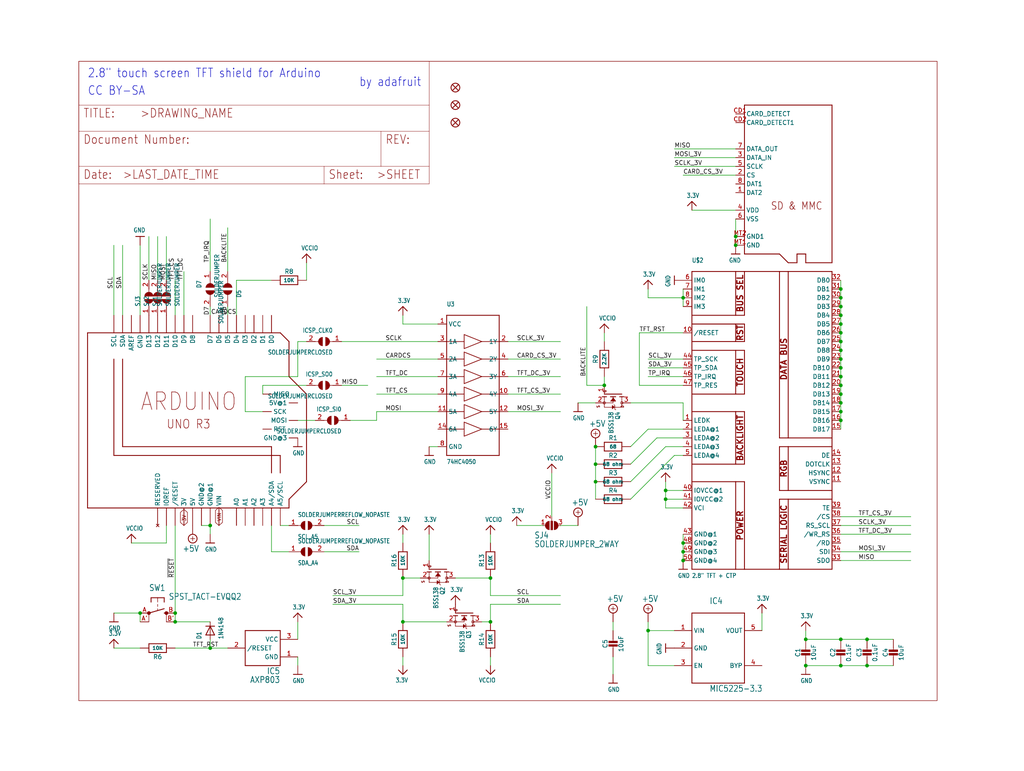
<source format=kicad_sch>
(kicad_sch (version 20211123) (generator eeschema)
  (paper "User" 297.002 223.571)
  (lib_symbols
    (symbol "eagleSchem-eagle-import:+5V" (power)
      (property "Value" "+5V" (at -1.905 3.175 0))
      (symbol "+5V_1_0"
        (pin power_in line (at 0 -2.54 90) (length 2.54) (name "+5V") (number "1"))
      )
    )
    (symbol "eagleSchem-eagle-import:3.3V" (power)
      (property "Value" "3.3V" (at -1.524 1.016 0))
      (symbol "3.3V_1_0"
        (pin power_in line (at 0 -2.54 90) (length 2.54) (name "3.3V") (number "1"))
      )
    )
    (symbol "eagleSchem-eagle-import:74HC4050D"
      (property "Reference" "U" (at -7.62 22.86 0))
      (property "Value" "74HC4050D" (at -7.62 -22.86 0))
      (symbol "74HC4050D_1_0"
        (pin bidirectional line (at -10.16 17.78 0) (length 2.54) (name "VCC") (number "1"))
        (pin bidirectional line (at 10.16 -2.54 180) (length 2.54) (name "4Y") (number "10"))
        (pin bidirectional line (at -10.16 -7.62 0) (length 2.54) (name "5A") (number "11"))
        (pin bidirectional line (at 10.16 -7.62 180) (length 2.54) (name "5Y") (number "12"))
        (pin bidirectional line (at -10.16 -12.7 0) (length 2.54) (name "6A") (number "14"))
        (pin bidirectional line (at 10.16 -12.7 180) (length 2.54) (name "6Y") (number "15"))
        (pin bidirectional line (at 10.16 12.7 180) (length 2.54) (name "1Y") (number "2"))
        (pin bidirectional line (at -10.16 12.7 0) (length 2.54) (name "1A") (number "3"))
        (pin bidirectional line (at 10.16 7.62 180) (length 2.54) (name "2Y") (number "4"))
        (pin bidirectional line (at -10.16 7.62 0) (length 2.54) (name "2A") (number "5"))
        (pin bidirectional line (at 10.16 2.54 180) (length 2.54) (name "3Y") (number "6"))
        (pin bidirectional line (at -10.16 2.54 0) (length 2.54) (name "3A") (number "7"))
        (pin bidirectional line (at -10.16 -17.78 0) (length 2.54) (name "GND") (number "8"))
        (pin bidirectional line (at -10.16 -2.54 0) (length 2.54) (name "4A") (number "9"))
      )
    )
    (symbol "eagleSchem-eagle-import:ARDUINO_R3_ICSPSMT"
      (symbol "ARDUINO_R3_ICSPSMT_1_0"
        (text "ARDUINO" (at 15.24 27.94 0) (effects (font (size 5.08 4.318)) (justify left bottom)))
        (text "UNO R3" (at 22.86 22.86 0) (effects (font (size 2.54 2.159)) (justify left bottom)))
        (pin power_in line (at 27.94 -5.08 90) (length 5.08) (name "3V") (number "3V"))
        (pin power_in line (at 30.48 -5.08 90) (length 5.08) (name "5V") (number "5V"))
        (pin passive line (at 60.96 30.48 180) (length 2.54) (name "5V@1") (number "5V_ICSP"))
        (pin bidirectional line (at 43.18 -5.08 90) (length 5.08) (name "A0") (number "A0"))
        (pin bidirectional line (at 45.72 -5.08 90) (length 5.08) (name "A1") (number "A1"))
        (pin bidirectional line (at 48.26 -5.08 90) (length 5.08) (name "A2") (number "A2"))
        (pin bidirectional line (at 50.8 -5.08 90) (length 5.08) (name "A3") (number "A3"))
        (pin bidirectional line (at 53.34 -5.08 90) (length 5.08) (name "A4/SDA") (number "A4"))
        (pin bidirectional line (at 55.88 -5.08 90) (length 5.08) (name "A5/SCL") (number "A5"))
        (pin bidirectional line (at 12.7 55.88 270) (length 5.08) (name "AREF") (number "AREF"))
        (pin bidirectional line (at 53.34 55.88 270) (length 5.08) (name "D0") (number "D0"))
        (pin bidirectional line (at 50.8 55.88 270) (length 5.08) (name "D1") (number "D1"))
        (pin bidirectional line (at 25.4 55.88 270) (length 5.08) (name "D10") (number "D10"))
        (pin bidirectional line (at 22.86 55.88 270) (length 5.08) (name "D11") (number "D11"))
        (pin bidirectional line (at 20.32 55.88 270) (length 5.08) (name "D12") (number "D12"))
        (pin bidirectional line (at 17.78 55.88 270) (length 5.08) (name "D13") (number "D13"))
        (pin bidirectional line (at 48.26 55.88 270) (length 5.08) (name "D2") (number "D2"))
        (pin bidirectional line (at 45.72 55.88 270) (length 5.08) (name "D3") (number "D3"))
        (pin bidirectional line (at 43.18 55.88 270) (length 5.08) (name "D4") (number "D4"))
        (pin bidirectional line (at 40.64 55.88 270) (length 5.08) (name "D5") (number "D5"))
        (pin bidirectional line (at 38.1 55.88 270) (length 5.08) (name "D6") (number "D6"))
        (pin bidirectional line (at 35.56 55.88 270) (length 5.08) (name "D7") (number "D7"))
        (pin bidirectional line (at 30.48 55.88 270) (length 5.08) (name "D8") (number "D8"))
        (pin bidirectional line (at 27.94 55.88 270) (length 5.08) (name "D9") (number "D9"))
        (pin power_in line (at 15.24 55.88 270) (length 5.08) (name "GND") (number "GND"))
        (pin power_in line (at 35.56 -5.08 90) (length 5.08) (name "GND@1") (number "GND@1"))
        (pin power_in line (at 33.02 -5.08 90) (length 5.08) (name "GND@2") (number "GND@2"))
        (pin passive line (at 60.96 20.32 180) (length 2.54) (name "GND@3") (number "GND@3"))
        (pin output line (at 22.86 -5.08 90) (length 5.08) (name "IOREF") (number "IOREF"))
        (pin passive line (at 50.8 33.02 0) (length 2.54) (name "MISO") (number "MISO"))
        (pin passive line (at 60.96 25.4 180) (length 2.54) (name "MOSI") (number "MOSI"))
        (pin no_connect line (at 20.32 -5.08 90) (length 5.08) (name "RESERVED") (number "RESERVED"))
        (pin bidirectional line (at 25.4 -5.08 90) (length 5.08) (name "/RESET") (number "RESET"))
        (pin passive line (at 50.8 22.86 0) (length 2.54) (name "RST") (number "RESET_ICSP"))
        (pin passive line (at 50.8 27.94 0) (length 2.54) (name "SCK") (number "SCK"))
        (pin bidirectional line (at 7.62 55.88 270) (length 5.08) (name "SCL") (number "SCL"))
        (pin bidirectional line (at 10.16 55.88 270) (length 5.08) (name "SDA") (number "SDA"))
        (pin power_in line (at 38.1 -5.08 90) (length 5.08) (name "VIN") (number "VIN"))
      )
    )
    (symbol "eagleSchem-eagle-import:AXP083-SAG"
      (property "Reference" "IC" (at -5.08 -7.62 0))
      (property "Value" "AXP083-SAG" (at -5.08 -10.16 0))
      (symbol "AXP083-SAG_1_0"
        (pin power_in line (at -10.16 -2.54 0) (length 5.08) (name "GND") (number "1"))
        (pin output line (at 10.16 0 180) (length 5.08) (name "/RESET") (number "2"))
        (pin power_in line (at -10.16 2.54 0) (length 5.08) (name "VCC") (number "3"))
      )
    )
    (symbol "eagleSchem-eagle-import:CAP_CERAMIC0805-NOOUTLINE"
      (property "Reference" "C" (at -2.29 1.25 90))
      (property "Value" "CAP_CERAMIC0805-NOOUTLINE" (at 2.3 1.25 90))
      (symbol "CAP_CERAMIC0805-NOOUTLINE_1_0"
        (pin passive line (at 0 5.08 270) (length 2.54) (name "1") (number "1"))
        (pin passive line (at 0 -2.54 90) (length 2.54) (name "2") (number "2"))
      )
    )
    (symbol "eagleSchem-eagle-import:DIODESOD-323F"
      (property "Reference" "D" (at -2.54 2.54 0))
      (property "Value" "DIODESOD-323F" (at -2.54 -3.81 0))
      (symbol "DIODESOD-323F_1_0"
        (pin passive line (at -2.54 0 0) (length 2.54) (name "A") (number "A"))
        (pin passive line (at 2.54 0 180) (length 2.54) (name "C") (number "C"))
      )
    )
    (symbol "eagleSchem-eagle-import:DISP_LCD_CTP28_SAMPLE"
      (property "Reference" "TFT" (at -20.32 43.18 0))
      (property "Value" "DISP_LCD_CTP28_SAMPLE" (at -20.32 -48.26 0))
      (symbol "DISP_LCD_CTP28_SAMPLE_1_0"
        (text "BACKLIGHT" (at -6.35 -7.62 900) (effects (font (size 1.6764 1.6764) (thickness 0.3353) bold)))
        (text "BUS SEL" (at -6.35 34.29 900) (effects (font (size 1.6764 1.6764) (thickness 0.3353) bold)))
        (text "DATA BUS" (at 6.35 15.24 900) (effects (font (size 1.6764 1.6764) (thickness 0.3353) bold)))
        (text "POWER" (at -6.35 -33.02 900) (effects (font (size 1.6764 1.6764) (thickness 0.3353) bold)))
        (text "RGB" (at 6.35 -16.51 900) (effects (font (size 1.6764 1.6764) (thickness 0.3353) bold)))
        (text "RST" (at -6.35 22.86 900) (effects (font (size 1.6764 1.6764) (thickness 0.3353) bold)))
        (text "SERIAL LOGIC" (at 6.35 -35.56 900) (effects (font (size 1.6764 1.6764) (thickness 0.3353) bold)))
        (text "TOUCH" (at -6.35 11.43 900) (effects (font (size 1.6764 1.6764) (thickness 0.3353) bold)))
        (pin bidirectional line (at -22.86 -2.54 0) (length 2.54) (name "LEDK") (number "1"))
        (pin bidirectional line (at -22.86 22.86 0) (length 2.54) (name "/RESET") (number "10"))
        (pin bidirectional line (at 22.86 -20.32 180) (length 2.54) (name "VSYNC") (number "11"))
        (pin bidirectional line (at 22.86 -17.78 180) (length 2.54) (name "HSYNC") (number "12"))
        (pin bidirectional line (at 22.86 -15.24 180) (length 2.54) (name "DOTCLK") (number "13"))
        (pin bidirectional line (at 22.86 -12.7 180) (length 2.54) (name "DE") (number "14"))
        (pin bidirectional line (at 22.86 -5.08 180) (length 2.54) (name "DB17") (number "15"))
        (pin bidirectional line (at 22.86 -2.54 180) (length 2.54) (name "DB16") (number "16"))
        (pin bidirectional line (at 22.86 0 180) (length 2.54) (name "DB15") (number "17"))
        (pin bidirectional line (at 22.86 2.54 180) (length 2.54) (name "DB14") (number "18"))
        (pin bidirectional line (at 22.86 5.08 180) (length 2.54) (name "DB13") (number "19"))
        (pin bidirectional line (at -22.86 -5.08 0) (length 2.54) (name "LEDA@1") (number "2"))
        (pin bidirectional line (at 22.86 7.62 180) (length 2.54) (name "DB12") (number "20"))
        (pin bidirectional line (at 22.86 10.16 180) (length 2.54) (name "DB11") (number "21"))
        (pin bidirectional line (at 22.86 12.7 180) (length 2.54) (name "DB10") (number "22"))
        (pin bidirectional line (at 22.86 15.24 180) (length 2.54) (name "DB9") (number "23"))
        (pin bidirectional line (at 22.86 17.78 180) (length 2.54) (name "DB8") (number "24"))
        (pin bidirectional line (at 22.86 20.32 180) (length 2.54) (name "DB7") (number "25"))
        (pin bidirectional line (at 22.86 22.86 180) (length 2.54) (name "DB6") (number "26"))
        (pin bidirectional line (at 22.86 25.4 180) (length 2.54) (name "DB5") (number "27"))
        (pin bidirectional line (at 22.86 27.94 180) (length 2.54) (name "DB4") (number "28"))
        (pin bidirectional line (at 22.86 30.48 180) (length 2.54) (name "DB3") (number "29"))
        (pin bidirectional line (at -22.86 -7.62 0) (length 2.54) (name "LEDA@2") (number "3"))
        (pin bidirectional line (at 22.86 33.02 180) (length 2.54) (name "DB2") (number "30"))
        (pin bidirectional line (at 22.86 35.56 180) (length 2.54) (name "DB1") (number "31"))
        (pin bidirectional line (at 22.86 38.1 180) (length 2.54) (name "DB0") (number "32"))
        (pin bidirectional line (at 22.86 -43.18 180) (length 2.54) (name "SDO") (number "33"))
        (pin bidirectional line (at 22.86 -40.64 180) (length 2.54) (name "SDI") (number "34"))
        (pin bidirectional line (at 22.86 -38.1 180) (length 2.54) (name "/RD") (number "35"))
        (pin bidirectional line (at 22.86 -35.56 180) (length 2.54) (name "/WR_RS") (number "36"))
        (pin bidirectional line (at 22.86 -33.02 180) (length 2.54) (name "RS_SCL") (number "37"))
        (pin bidirectional line (at 22.86 -30.48 180) (length 2.54) (name "/CS") (number "38"))
        (pin bidirectional line (at 22.86 -27.94 180) (length 2.54) (name "TE") (number "39"))
        (pin bidirectional line (at -22.86 -10.16 0) (length 2.54) (name "LEDA@3") (number "4"))
        (pin bidirectional line (at -22.86 -22.86 0) (length 2.54) (name "IOVCC@1") (number "40"))
        (pin bidirectional line (at -22.86 -25.4 0) (length 2.54) (name "IOVCC@2") (number "41"))
        (pin bidirectional line (at -22.86 -27.94 0) (length 2.54) (name "VCI") (number "42"))
        (pin bidirectional line (at -22.86 -35.56 0) (length 2.54) (name "GND@1") (number "43"))
        (pin bidirectional line (at -22.86 15.24 0) (length 2.54) (name "TP_SCK") (number "44"))
        (pin bidirectional line (at -22.86 12.7 0) (length 2.54) (name "TP_SDA") (number "45"))
        (pin bidirectional line (at -22.86 10.16 0) (length 2.54) (name "TP_IRQ") (number "46"))
        (pin bidirectional line (at -22.86 7.62 0) (length 2.54) (name "TP_RES") (number "47"))
        (pin bidirectional line (at -22.86 -38.1 0) (length 2.54) (name "GND@2") (number "48"))
        (pin bidirectional line (at -22.86 -40.64 0) (length 2.54) (name "GND@3") (number "49"))
        (pin bidirectional line (at -22.86 -12.7 0) (length 2.54) (name "LEDA@4") (number "5"))
        (pin bidirectional line (at -22.86 -43.18 0) (length 2.54) (name "GND@4") (number "50"))
        (pin bidirectional line (at -22.86 38.1 0) (length 2.54) (name "IM0") (number "6"))
        (pin bidirectional line (at -22.86 35.56 0) (length 2.54) (name "IM1") (number "7"))
        (pin bidirectional line (at -22.86 33.02 0) (length 2.54) (name "IM2") (number "8"))
        (pin bidirectional line (at -22.86 30.48 0) (length 2.54) (name "IM3") (number "9"))
      )
    )
    (symbol "eagleSchem-eagle-import:FIDUCIAL_1MM")
    (symbol "eagleSchem-eagle-import:GND" (power)
      (property "Value" "GND" (at -1.524 -2.54 0))
      (symbol "GND_1_0"
        (pin power_in line (at 0 2.54 270) (length 2.54) (name "GND") (number "1"))
      )
    )
    (symbol "eagleSchem-eagle-import:LETTER_L"
      (symbol "LETTER_L_2_0"
        (text ">DRAWING_NAME" (at 17.78 19.05 0) (effects (font (size 2.54 2.159)) (justify left bottom)))
        (text ">LAST_DATE_TIME" (at 12.7 1.27 0) (effects (font (size 2.54 2.159)) (justify left bottom)))
        (text ">SHEET" (at 86.36 1.27 0) (effects (font (size 2.54 2.159)) (justify left bottom)))
        (text "Date:" (at 1.27 1.27 0) (effects (font (size 2.54 2.159)) (justify left bottom)))
        (text "Document Number:" (at 1.27 11.43 0) (effects (font (size 2.54 2.159)) (justify left bottom)))
        (text "REV:" (at 88.9 11.43 0) (effects (font (size 2.54 2.159)) (justify left bottom)))
        (text "Sheet:" (at 72.39 1.27 0) (effects (font (size 2.54 2.159)) (justify left bottom)))
        (text "TITLE:" (at 1.27 19.05 0) (effects (font (size 2.54 2.159)) (justify left bottom)))
      )
    )
    (symbol "eagleSchem-eagle-import:LP298XS"
      (property "Reference" "IC" (at -12.7 -5.08 90))
      (property "Value" "LP298XS" (at 12.7 -5.08 90))
      (symbol "LP298XS_1_0"
        (pin bidirectional line (at -5.08 -15.24 90) (length 5.08) (name "VIN") (number "1"))
        (pin bidirectional line (at 0 -15.24 90) (length 5.08) (name "GND") (number "2"))
        (pin bidirectional line (at 5.08 -15.24 90) (length 5.08) (name "EN") (number "3"))
        (pin bidirectional line (at 5.08 10.16 270) (length 5.08) (name "BYP") (number "4"))
        (pin bidirectional line (at -5.08 10.16 270) (length 5.08) (name "VOUT") (number "5"))
      )
    )
    (symbol "eagleSchem-eagle-import:MICROSD"
      (symbol "MICROSD_1_0"
        (text "SD & MMC" (at -7.62 -10.16 0) (effects (font (size 2.1844 1.8567)) (justify left bottom)))
        (pin bidirectional line (at -17.78 -5.08 0) (length 2.54) (name "DAT2") (number "1"))
        (pin input line (at -17.78 0 0) (length 2.54) (name "CS") (number "2"))
        (pin input line (at -17.78 5.08 0) (length 2.54) (name "DATA_IN") (number "3"))
        (pin power_in line (at -17.78 -10.16 0) (length 2.54) (name "VDD") (number "4"))
        (pin input line (at -17.78 2.54 0) (length 2.54) (name "SCLK") (number "5"))
        (pin power_in line (at -17.78 -12.7 0) (length 2.54) (name "VSS") (number "6"))
        (pin output line (at -17.78 7.62 0) (length 2.54) (name "DATA_OUT") (number "7"))
        (pin bidirectional line (at -17.78 -2.54 0) (length 2.54) (name "DAT1") (number "8"))
        (pin passive line (at -17.78 17.78 0) (length 2.54) (name "CARD_DETECT") (number "CD1"))
        (pin passive line (at -17.78 15.24 0) (length 2.54) (name "CARD_DETECT1") (number "CD2"))
        (pin power_in line (at -17.78 -20.32 0) (length 2.54) (name "GND") (number "MT1"))
        (pin power_in line (at -17.78 -17.78 0) (length 2.54) (name "GND1") (number "MT2"))
      )
    )
    (symbol "eagleSchem-eagle-import:MOSFET-NWIDE"
      (property "Reference" "Q" (at 5.08 0.635 0))
      (property "Value" "MOSFET-NWIDE" (at 5.08 -1.27 0))
      (symbol "MOSFET-NWIDE_1_0"
        (text "D" (at 3.175 3.175 0) (effects (font (size 0.8128 0.6908)) (justify left bottom)))
        (text "G" (at -1.27 -1.905 0) (effects (font (size 0.8128 0.6908)) (justify left bottom)))
        (text "S" (at 3.175 -3.81 0) (effects (font (size 0.8128 0.6908)) (justify left bottom)))
        (pin bidirectional line (at -2.54 -2.54 0) (length 2.54) (name "G") (number "1"))
        (pin bidirectional line (at 2.54 -5.08 90) (length 2.54) (name "S") (number "2"))
        (pin bidirectional line (at 2.54 5.08 270) (length 2.54) (name "D") (number "3"))
      )
    )
    (symbol "eagleSchem-eagle-import:RESISTOR0805_NOOUTLINE"
      (property "Reference" "R" (at 0 2.54 0))
      (property "Value" "RESISTOR0805_NOOUTLINE" (at 0 0 0))
      (symbol "RESISTOR0805_NOOUTLINE_1_0"
        (pin passive line (at -5.08 0 0) (length 2.54) (name "1") (number "1"))
        (pin passive line (at 5.08 0 180) (length 2.54) (name "2") (number "2"))
      )
    )
    (symbol "eagleSchem-eagle-import:SOLDERJUMPER"
      (property "Reference" "SJ" (at -2.54 2.54 0))
      (property "Value" "SOLDERJUMPER" (at -2.54 -3.81 0))
      (symbol "SOLDERJUMPER_1_0"
        (pin passive line (at -5.08 0 0) (length 2.54) (name "1") (number "1"))
        (pin passive line (at 5.08 0 180) (length 2.54) (name "2") (number "2"))
      )
    )
    (symbol "eagleSchem-eagle-import:SOLDERJUMPERCLOSED"
      (property "Reference" "SJ" (at -2.54 2.54 0))
      (property "Value" "SOLDERJUMPERCLOSED" (at -2.54 -3.81 0))
      (symbol "SOLDERJUMPERCLOSED_1_0"
        (pin passive line (at -5.08 0 0) (length 2.54) (name "1") (number "1"))
        (pin passive line (at 5.08 0 180) (length 2.54) (name "2") (number "2"))
      )
    )
    (symbol "eagleSchem-eagle-import:SOLDERJUMPERREFLOW_NOPASTE"
      (property "Reference" "SJ" (at -2.54 2.54 0))
      (property "Value" "SOLDERJUMPERREFLOW_NOPASTE" (at -2.54 -3.81 0))
      (symbol "SOLDERJUMPERREFLOW_NOPASTE_1_0"
        (pin passive line (at -5.08 0 0) (length 2.54) (name "1") (number "1"))
        (pin passive line (at 5.08 0 180) (length 2.54) (name "2") (number "2"))
      )
    )
    (symbol "eagleSchem-eagle-import:SOLDERJUMPER_2WAY"
      (property "Reference" "SJ" (at -5.08 -3.81 0))
      (property "Value" "SOLDERJUMPER_2WAY" (at -5.08 -6.35 0))
      (symbol "SOLDERJUMPER_2WAY_1_0"
        (pin passive line (at -2.54 0 0) (length 0) (name "1") (number "1"))
        (pin passive line (at 0 2.54 270) (length 0) (name "2") (number "2"))
        (pin passive line (at 2.54 0 180) (length 0) (name "3") (number "3"))
      )
    )
    (symbol "eagleSchem-eagle-import:SPST_TACT-EVQQ2"
      (property "Reference" "SW" (at -6.35 -2.54 90))
      (property "Value" "SPST_TACT-EVQQ2" (at -3.81 3.175 90))
      (symbol "SPST_TACT-EVQQ2_1_0"
        (pin passive line (at 0 -5.08 90) (length 2.54) (name "P") (number "A"))
        (pin passive line (at 2.54 -5.08 90) (length 2.54) (name "P1") (number "A'"))
        (pin passive line (at 0 5.08 270) (length 2.54) (name "S") (number "B"))
        (pin passive line (at 2.54 5.08 270) (length 2.54) (name "S1") (number "B'"))
      )
    )
    (symbol "eagleSchem-eagle-import:VCCIO" (power)
      (property "Value" "VCCIO" (at -1.524 1.016 0))
      (symbol "VCCIO_1_0"
        (pin power_in line (at 0 -2.54 90) (length 2.54) (name "VCCIO") (number "1"))
      )
    )
  )
  (junction (at 243.84 101.6))
  (junction (at 40.64 177.8))
  (junction (at 213.36 68.58))
  (junction (at 243.84 93.98))
  (junction (at 213.36 71.12))
  (junction (at 116.84 180.34))
  (junction (at 198.12 86.36))
  (junction (at 187.96 182.88))
  (junction (at 172.72 134.62))
  (junction (at 243.84 119.38))
  (junction (at 193.04 142.24))
  (junction (at 243.84 83.82))
  (junction (at 243.84 104.14))
  (junction (at 142.24 167.64))
  (junction (at 233.68 193.04))
  (junction (at 175.26 111.76))
  (junction (at 243.84 109.22))
  (junction (at 243.84 86.36))
  (junction (at 243.84 121.92))
  (junction (at 193.04 144.78))
  (junction (at 243.84 106.68))
  (junction (at 198.12 157.48))
  (junction (at 243.84 193.04))
  (junction (at 60.96 152.4))
  (junction (at 243.84 185.42))
  (junction (at 251.46 193.04))
  (junction (at 243.84 111.76))
  (junction (at 50.8 177.8))
  (junction (at 142.24 180.34))
  (junction (at 198.12 160.02))
  (junction (at 243.84 88.9))
  (junction (at 50.8 180.34))
  (junction (at 116.84 167.64))
  (junction (at 243.84 116.84))
  (junction (at 60.96 187.96))
  (junction (at 172.72 129.54))
  (junction (at 243.84 91.44))
  (junction (at 243.84 114.3))
  (junction (at 251.46 185.42))
  (junction (at 233.68 185.42))
  (junction (at 243.84 99.06))
  (junction (at 198.12 162.56))
  (junction (at 172.72 139.7))
  (junction (at 243.84 96.52))
  (wire (pts (xy 76.2 119.38) (xy 71.12 119.38)))
  (wire (pts (xy 83.82 160.02) (xy 78.74 160.02)))
  (wire (pts (xy 213.36 45.72) (xy 195.58 45.72)))
  (wire (pts (xy 198.12 86.36) (xy 187.96 86.36)))
  (wire (pts (xy 243.84 185.42) (xy 233.68 185.42)))
  (wire (pts (xy 147.32 109.22) (xy 162.56 109.22)))
  (wire (pts (xy 243.84 160.02) (xy 264.16 160.02)))
  (wire (pts (xy 198.12 50.8) (xy 213.36 50.8)))
  (wire (pts (xy 182.88 129.54) (xy 187.96 124.46)))
  (wire (pts (xy 177.8 195.58) (xy 177.8 190.5)))
  (wire (pts (xy 116.84 154.94) (xy 116.84 157.48)))
  (wire (pts (xy 187.96 86.36) (xy 187.96 83.82)))
  (wire (pts (xy 142.24 180.34) (xy 139.7 180.34)))
  (wire (pts (xy 116.84 180.34) (xy 116.84 175.26)))
  (wire (pts (xy 116.84 93.98) (xy 127 93.98)))
  (wire (pts (xy 116.84 167.64) (xy 121.92 167.64)))
  (wire (pts (xy 251.46 193.04) (xy 243.84 193.04)))
  (wire (pts (xy 213.36 60.96) (xy 200.66 60.96)))
  (wire (pts (xy 71.12 109.22) (xy 86.36 109.22)))
  (wire (pts (xy 182.88 144.78) (xy 195.58 132.08)))
  (wire (pts (xy 101.6 121.92) (xy 109.22 121.92)))
  (wire (pts (xy 45.72 81.28) (xy 45.72 68.58)))
  (wire (pts (xy 93.98 160.02) (xy 104.14 160.02)))
  (wire (pts (xy 213.36 48.26) (xy 195.58 48.26)))
  (wire (pts (xy 86.36 99.06) (xy 88.9 99.06)))
  (wire (pts (xy 60.96 78.74) (xy 60.96 63.5)))
  (wire (pts (xy 193.04 129.54) (xy 198.12 129.54)))
  (wire (pts (xy 116.84 93.98) (xy 116.84 91.44)))
  (wire (pts (xy 177.8 180.34) (xy 177.8 182.88)))
  (wire (pts (xy 175.26 111.76) (xy 170.18 111.76)))
  (wire (pts (xy 48.26 81.28) (xy 48.26 68.58)))
  (wire (pts (xy 33.02 91.44) (xy 33.02 71.12)))
  (wire (pts (xy 66.04 78.74) (xy 66.04 66.04)))
  (wire (pts (xy 193.04 144.78) (xy 193.04 142.24)))
  (wire (pts (xy 147.32 114.3) (xy 162.56 114.3)))
  (wire (pts (xy 198.12 144.78) (xy 193.04 144.78)))
  (wire (pts (xy 167.64 152.4) (xy 162.56 152.4)))
  (wire (pts (xy 76.2 114.3) (xy 76.2 111.76)))
  (wire (pts (xy 60.96 180.34) (xy 50.8 180.34)))
  (wire (pts (xy 198.12 160.02) (xy 198.12 162.56)))
  (wire (pts (xy 198.12 83.82) (xy 198.12 86.36)))
  (wire (pts (xy 198.12 111.76) (xy 185.42 111.76)))
  (wire (pts (xy 198.12 154.94) (xy 198.12 157.48)))
  (wire (pts (xy 86.36 190.5) (xy 86.36 193.04)))
  (wire (pts (xy 220.98 177.8) (xy 220.98 182.88)))
  (wire (pts (xy 40.64 177.8) (xy 40.64 180.34)))
  (wire (pts (xy 187.96 180.34) (xy 187.96 182.88)))
  (wire (pts (xy 175.26 109.22) (xy 175.26 111.76)))
  (wire (pts (xy 35.56 91.44) (xy 35.56 71.12)))
  (wire (pts (xy 40.64 177.8) (xy 33.02 177.8)))
  (wire (pts (xy 116.84 193.04) (xy 116.84 190.5)))
  (wire (pts (xy 198.12 116.84) (xy 198.12 121.92)))
  (wire (pts (xy 182.88 139.7) (xy 193.04 129.54)))
  (wire (pts (xy 43.18 81.28) (xy 43.18 68.58)))
  (wire (pts (xy 147.32 104.14) (xy 162.56 104.14)))
  (wire (pts (xy 86.36 109.22) (xy 86.36 99.06)))
  (wire (pts (xy 175.26 96.52) (xy 175.26 99.06)))
  (wire (pts (xy 193.04 142.24) (xy 193.04 139.7)))
  (wire (pts (xy 243.84 101.6) (xy 243.84 104.14)))
  (wire (pts (xy 243.84 114.3) (xy 243.84 116.84)))
  (wire (pts (xy 187.96 182.88) (xy 195.58 182.88)))
  (wire (pts (xy 187.96 106.68) (xy 198.12 106.68)))
  (wire (pts (xy 190.5 127) (xy 198.12 127)))
  (wire (pts (xy 109.22 119.38) (xy 127 119.38)))
  (wire (pts (xy 172.72 139.7) (xy 172.72 144.78)))
  (wire (pts (xy 48.26 152.4) (xy 48.26 157.48)))
  (wire (pts (xy 195.58 193.04) (xy 187.96 193.04)))
  (wire (pts (xy 86.36 121.92) (xy 91.44 121.92)))
  (wire (pts (xy 142.24 175.26) (xy 162.56 175.26)))
  (wire (pts (xy 109.22 109.22) (xy 127 109.22)))
  (wire (pts (xy 251.46 185.42) (xy 259.08 185.42)))
  (wire (pts (xy 78.74 160.02) (xy 78.74 152.4)))
  (wire (pts (xy 142.24 154.94) (xy 142.24 157.48)))
  (wire (pts (xy 193.04 147.32) (xy 193.04 144.78)))
  (wire (pts (xy 198.12 96.52) (xy 185.42 96.52)))
  (wire (pts (xy 60.96 187.96) (xy 50.8 187.96)))
  (wire (pts (xy 142.24 172.72) (xy 162.56 172.72)))
  (wire (pts (xy 182.88 116.84) (xy 198.12 116.84)))
  (wire (pts (xy 58.42 152.4) (xy 60.96 152.4)))
  (wire (pts (xy 243.84 86.36) (xy 243.84 88.9)))
  (wire (pts (xy 233.68 182.88) (xy 233.68 185.42)))
  (wire (pts (xy 83.82 152.4) (xy 81.28 152.4)))
  (wire (pts (xy 259.08 193.04) (xy 251.46 193.04)))
  (wire (pts (xy 96.52 175.26) (xy 116.84 175.26)))
  (wire (pts (xy 243.84 162.56) (xy 264.16 162.56)))
  (wire (pts (xy 60.96 91.44) (xy 60.96 88.9)))
  (wire (pts (xy 243.84 116.84) (xy 243.84 119.38)))
  (wire (pts (xy 198.12 86.36) (xy 198.12 88.9)))
  (wire (pts (xy 243.84 104.14) (xy 243.84 106.68)))
  (wire (pts (xy 53.34 91.44) (xy 53.34 78.74)))
  (wire (pts (xy 147.32 99.06) (xy 162.56 99.06)))
  (wire (pts (xy 40.64 71.12) (xy 40.64 91.44)))
  (wire (pts (xy 193.04 147.32) (xy 198.12 147.32)))
  (wire (pts (xy 243.84 93.98) (xy 243.84 96.52)))
  (wire (pts (xy 243.84 106.68) (xy 243.84 109.22)))
  (wire (pts (xy 198.12 109.22) (xy 187.96 109.22)))
  (wire (pts (xy 187.96 193.04) (xy 187.96 182.88)))
  (wire (pts (xy 243.84 109.22) (xy 243.84 111.76)))
  (wire (pts (xy 116.84 172.72) (xy 116.84 167.64)))
  (wire (pts (xy 149.86 152.4) (xy 157.48 152.4)))
  (wire (pts (xy 132.08 167.64) (xy 142.24 167.64)))
  (wire (pts (xy 127 99.06) (xy 99.06 99.06)))
  (wire (pts (xy 243.84 111.76) (xy 243.84 114.3)))
  (wire (pts (xy 68.58 81.28) (xy 78.74 81.28)))
  (wire (pts (xy 109.22 104.14) (xy 127 104.14)))
  (wire (pts (xy 124.46 162.56) (xy 124.46 154.94)))
  (wire (pts (xy 76.2 111.76) (xy 88.9 111.76)))
  (wire (pts (xy 243.84 91.44) (xy 243.84 93.98)))
  (wire (pts (xy 160.02 149.86) (xy 160.02 137.16)))
  (wire (pts (xy 109.22 121.92) (xy 109.22 119.38)))
  (wire (pts (xy 116.84 172.72) (xy 96.52 172.72)))
  (wire (pts (xy 182.88 134.62) (xy 190.5 127)))
  (wire (pts (xy 243.84 185.42) (xy 251.46 185.42)))
  (wire (pts (xy 88.9 76.2) (xy 88.9 81.28)))
  (wire (pts (xy 129.54 180.34) (xy 116.84 180.34)))
  (wire (pts (xy 60.96 152.4) (xy 60.96 154.94)))
  (wire (pts (xy 243.84 96.52) (xy 243.84 99.06)))
  (wire (pts (xy 142.24 193.04) (xy 142.24 190.5)))
  (wire (pts (xy 243.84 121.92) (xy 243.84 124.46)))
  (wire (pts (xy 50.8 180.34) (xy 50.8 177.8)))
  (wire (pts (xy 40.64 187.96) (xy 33.02 187.96)))
  (wire (pts (xy 195.58 132.08) (xy 198.12 132.08)))
  (wire (pts (xy 195.58 43.18) (xy 213.36 43.18)))
  (wire (pts (xy 243.84 152.4) (xy 264.16 152.4)))
  (wire (pts (xy 66.04 91.44) (xy 66.04 88.9)))
  (wire (pts (xy 172.72 134.62) (xy 172.72 139.7)))
  (wire (pts (xy 198.12 157.48) (xy 198.12 160.02)))
  (wire (pts (xy 187.96 124.46) (xy 198.12 124.46)))
  (wire (pts (xy 60.96 185.42) (xy 60.96 187.96)))
  (wire (pts (xy 243.84 99.06) (xy 243.84 101.6)))
  (wire (pts (xy 243.84 81.28) (xy 243.84 83.82)))
  (wire (pts (xy 213.36 68.58) (xy 213.36 63.5)))
  (wire (pts (xy 243.84 154.94) (xy 264.16 154.94)))
  (wire (pts (xy 193.04 142.24) (xy 198.12 142.24)))
  (wire (pts (xy 68.58 91.44) (xy 68.58 81.28)))
  (wire (pts (xy 170.18 111.76) (xy 170.18 88.9)))
  (wire (pts (xy 243.84 149.86) (xy 264.16 149.86)))
  (wire (pts (xy 50.8 91.44) (xy 50.8 81.28)))
  (wire (pts (xy 213.36 71.12) (xy 213.36 68.58)))
  (wire (pts (xy 142.24 167.64) (xy 142.24 172.72)))
  (wire (pts (xy 185.42 111.76) (xy 185.42 96.52)))
  (wire (pts (xy 243.84 88.9) (xy 243.84 91.44)))
  (wire (pts (xy 124.46 129.54) (xy 127 129.54)))
  (wire (pts (xy 50.8 177.8) (xy 50.8 152.4)))
  (wire (pts (xy 243.84 83.82) (xy 243.84 86.36)))
  (wire (pts (xy 86.36 185.42) (xy 86.36 180.34)))
  (wire (pts (xy 147.32 119.38) (xy 162.56 119.38)))
  (wire (pts (xy 127 114.3) (xy 109.22 114.3)))
  (wire (pts (xy 198.12 104.14) (xy 187.96 104.14)))
  (wire (pts (xy 48.26 157.48) (xy 38.1 157.48)))
  (wire (pts (xy 172.72 116.84) (xy 167.64 116.84)))
  (wire (pts (xy 142.24 180.34) (xy 142.24 175.26)))
  (wire (pts (xy 71.12 119.38) (xy 71.12 109.22)))
  (wire (pts (xy 233.68 193.04) (xy 243.84 193.04)))
  (wire (pts (xy 243.84 119.38) (xy 243.84 121.92)))
  (wire (pts (xy 93.98 152.4) (xy 104.14 152.4)))
  (wire (pts (xy 66.04 187.96) (xy 60.96 187.96)))
  (wire (pts (xy 172.72 129.54) (xy 172.72 134.62)))
  (wire (pts (xy 99.06 111.76) (xy 106.68 111.76)))
  (text "CC BY-SA" (at 25.4 27.94 180) (effects (font (size 2.54 2.159)) (justify left bottom)))
  (text "2.8\" touch screen TFT shield for Arduino" (at 25.4 22.86 180) (effects (font (size 2.54 2.159)) (justify left bottom)))
  (text "by adafruit~{}" (at 104.14 25.4 180) (effects (font (size 2.54 2.159)) (justify left bottom)))
  (label "SCLK_3V" (at 195.58 48.26 0) (effects (font (size 1.2446 1.2446))))
  (label "SCLK" (at 111.76 99.06 0) (effects (font (size 1.2446 1.2446))))
  (label "SCL_3V" (at 96.52 172.72 0) (effects (font (size 1.2446 1.2446))))
  (label "VCCIO" (at 160.02 144.78 90) (effects (font (size 1.2446 1.2446))))
  (label "CARDCS" (at 111.76 104.14 0) (effects (font (size 1.2446 1.2446))))
  (label "D7" (at 60.96 91.44 90) (effects (font (size 1.2446 1.2446))))
  (label "SDA_3V" (at 187.96 106.68 0) (effects (font (size 1.2446 1.2446))))
  (label "~{RESET}" (at 50.8 167.64 90) (effects (font (size 1.2446 1.2446))))
  (label "CARD_CS_3V" (at 149.86 104.14 0) (effects (font (size 1.2446 1.2446))))
  (label "SDA_3V" (at 96.52 175.26 0) (effects (font (size 1.2446 1.2446))))
  (label "TFT_DC_3V" (at 248.92 154.94 0) (effects (font (size 1.2446 1.2446))))
  (label "SDA" (at 35.56 83.82 90) (effects (font (size 1.2446 1.2446))))
  (label "BACKLITE" (at 170.18 109.22 90) (effects (font (size 1.2446 1.2446))))
  (label "SCLK_3V" (at 248.92 152.4 0) (effects (font (size 1.2446 1.2446))))
  (label "MISO" (at 45.72 81.28 90) (effects (font (size 1.2446 1.2446))))
  (label "TFT_DC_3V" (at 149.86 109.22 0) (effects (font (size 1.2446 1.2446))))
  (label "SCL" (at 149.86 172.72 0) (effects (font (size 1.2446 1.2446))))
  (label "TFT_CS" (at 111.76 114.3 0) (effects (font (size 1.2446 1.2446))))
  (label "MISO" (at 99.06 111.76 0) (effects (font (size 1.2446 1.2446))))
  (label "TFT_RST" (at 55.88 187.96 0) (effects (font (size 1.2446 1.2446))))
  (label "MOSI_3V" (at 195.58 45.72 0) (effects (font (size 1.2446 1.2446))))
  (label "TP_IRQ" (at 187.96 109.22 0) (effects (font (size 1.2446 1.2446))))
  (label "SCL" (at 33.02 83.82 90) (effects (font (size 1.2446 1.2446))))
  (label "SCL_3V" (at 187.96 104.14 0) (effects (font (size 1.2446 1.2446))))
  (label "CARDCS" (at 68.58 91.44 180) (effects (font (size 1.2446 1.2446))))
  (label "TFT_CS_3V" (at 248.92 149.86 0) (effects (font (size 1.2446 1.2446))))
  (label "MOSI_3V" (at 248.92 160.02 0) (effects (font (size 1.2446 1.2446))))
  (label "MISO" (at 248.92 162.56 0) (effects (font (size 1.2446 1.2446))))
  (label "TFT_RST" (at 185.42 96.52 0) (effects (font (size 1.2446 1.2446))))
  (label "TFT_CS_3V" (at 149.86 114.3 0) (effects (font (size 1.2446 1.2446))))
  (label "CARD_CS_3V" (at 198.12 50.8 0) (effects (font (size 1.2446 1.2446))))
  (label "SCLK" (at 43.18 81.28 90) (effects (font (size 1.2446 1.2446))))
  (label "MOSI" (at 111.76 119.38 0) (effects (font (size 1.2446 1.2446))))
  (label "MISO" (at 195.58 43.18 0) (effects (font (size 1.2446 1.2446))))
  (label "BACKLITE" (at 66.04 76.2 90) (effects (font (size 1.2446 1.2446))))
  (label "SDA" (at 149.86 175.26 0) (effects (font (size 1.2446 1.2446))))
  (label "D5" (at 66.04 91.44 90) (effects (font (size 1.2446 1.2446))))
  (label "TFT_DC" (at 53.34 81.28 90) (effects (font (size 1.2446 1.2446))))
  (label "SCL" (at 104.14 152.4 180) (effects (font (size 1.2446 1.2446))))
  (label "MOSI" (at 48.26 81.28 90) (effects (font (size 1.2446 1.2446))))
  (label "SDA" (at 104.14 160.02 180) (effects (font (size 1.2446 1.2446))))
  (label "SCLK_3V" (at 149.86 99.06 0) (effects (font (size 1.2446 1.2446))))
  (label "TFT_DC" (at 111.76 109.22 0) (effects (font (size 1.2446 1.2446))))
  (label "TP_IRQ" (at 60.96 76.2 90) (effects (font (size 1.2446 1.2446))))
  (label "MOSI_3V" (at 149.86 119.38 0) (effects (font (size 1.2446 1.2446))))
  (label "TFT_CS" (at 50.8 81.28 90) (effects (font (size 1.2446 1.2446))))
  (global_label "3V" (shape bidirectional) (at 53.34 152.4 90) (effects (font (size 1.016 1.016))) (property "Intersheet References" "${INTERSHEET_REFS}" (effects hide)))
  (global_label "VIN" (shape bidirectional) (at 63.5 152.4 90) (effects (font (size 1.016 1.016))) (property "Intersheet References" "${INTERSHEET_REFS}" (effects hide)))
  (symbol (lib_id "eagleSchem-eagle-import:SOLDERJUMPER") (at 43.18 86.36 90) (unit 1)
    (property "Reference" "SJ3" (at 40.64 88.9 0) (effects (font (size 1.27 1.0795)) (justify left bottom)))
    (property "Value" "SOLDERJUMPER" (at 46.99 88.9 0) (effects (font (size 1.27 1.0795)) (justify left bottom)))
    (property "Footprint" "eagleSchem:SOLDERJUMPER_ARROW_NOPASTE" (effects hide))
  )
  (symbol (lib_id "eagleSchem-eagle-import:SOLDERJUMPERCLOSED") (at 93.98 111.76 0) (mirror y) (unit 1)
    (property "Reference" "ICSP_SO0" (at 96.52 109.22 0) (effects (font (size 1.27 1.0795)) (justify left bottom)))
    (property "Value" "SOLDERJUMPERCLOSED" (at 96.52 115.57 0) (effects (font (size 1.27 1.0795)) (justify left bottom)))
    (property "Footprint" "eagleSchem:SOLDERJUMPER_CLOSEDWIRE" (effects hide))
  )
  (symbol (lib_id "eagleSchem-eagle-import:CAP_CERAMIC0805-NOOUTLINE") (at 259.08 190.5 0) (unit 1)
    (property "Reference" "C4" (at 256.79 189.25 90))
    (property "Value" "10uF" (at 261.38 189.25 90))
    (property "Footprint" "eagleSchem:0805-NO" (effects hide))
  )
  (symbol (lib_id "eagleSchem-eagle-import:SOLDERJUMPERCLOSED") (at 96.52 121.92 0) (mirror y) (unit 1)
    (property "Reference" "ICSP_SI0" (at 99.06 119.38 0) (effects (font (size 1.27 1.0795)) (justify left bottom)))
    (property "Value" "SOLDERJUMPERCLOSED" (at 99.06 125.73 0) (effects (font (size 1.27 1.0795)) (justify left bottom)))
    (property "Footprint" "eagleSchem:SOLDERJUMPER_CLOSEDWIRE" (effects hide))
  )
  (symbol (lib_id "eagleSchem-eagle-import:GND") (at 177.8 198.12 0) (unit 1)
    (property "Reference" "#U$13" (effects hide))
    (property "Value" "GND" (at 176.276 200.66 0) (effects (font (size 1.27 1.0795)) (justify left bottom)))
    (property "Footprint" "eagleSchem:" (effects hide))
  )
  (symbol (lib_id "eagleSchem-eagle-import:+5V") (at 167.64 149.86 0) (unit 1)
    (property "Reference" "#SUPPLY3" (effects hide))
    (property "Value" "+5V" (at 165.735 146.685 0) (effects (font (size 1.778 1.5113)) (justify left bottom)))
    (property "Footprint" "eagleSchem:" (effects hide))
  )
  (symbol (lib_id "eagleSchem-eagle-import:3.3V") (at 193.04 137.16 0) (unit 1)
    (property "Reference" "#U$33" (effects hide))
    (property "Value" "3.3V" (at 191.516 136.144 0) (effects (font (size 1.27 1.0795)) (justify left bottom)))
    (property "Footprint" "eagleSchem:" (effects hide))
  )
  (symbol (lib_id "eagleSchem-eagle-import:GND") (at 40.64 68.58 180) (unit 1)
    (property "Reference" "#U$15" (effects hide))
    (property "Value" "GND" (at 42.164 66.04 0) (effects (font (size 1.27 1.0795)) (justify left bottom)))
    (property "Footprint" "eagleSchem:" (effects hide))
  )
  (symbol (lib_id "eagleSchem-eagle-import:SOLDERJUMPERREFLOW_NOPASTE") (at 88.9 160.02 0) (mirror x) (unit 1)
    (property "Reference" "SDA_A4" (at 86.36 162.56 0) (effects (font (size 1.27 1.0795)) (justify left bottom)))
    (property "Value" "SOLDERJUMPERREFLOW_NOPASTE" (at 86.36 156.21 0) (effects (font (size 1.27 1.0795)) (justify left bottom)))
    (property "Footprint" "eagleSchem:SOLDERJUMPER_REFLOW_NOPASTE" (effects hide))
  )
  (symbol (lib_id "eagleSchem-eagle-import:RESISTOR0805_NOOUTLINE") (at 116.84 162.56 90) (unit 1)
    (property "Reference" "R16" (at 114.3 162.56 0))
    (property "Value" "10K" (at 116.84 162.56 0) (effects (font (size 1.016 1.016) bold)))
    (property "Footprint" "eagleSchem:0805-NO" (effects hide))
  )
  (symbol (lib_id "eagleSchem-eagle-import:+5V") (at 177.8 177.8 0) (unit 1)
    (property "Reference" "#SUPPLY5" (effects hide))
    (property "Value" "+5V" (at 175.895 174.625 0) (effects (font (size 1.778 1.5113)) (justify left bottom)))
    (property "Footprint" "eagleSchem:" (effects hide))
  )
  (symbol (lib_id "eagleSchem-eagle-import:FIDUCIAL_1MM") (at 132.08 35.56 0) (unit 1)
    (property "Reference" "U$11" (effects hide))
    (property "Value" "FIDUCIAL_1MM" (effects hide))
    (property "Footprint" "eagleSchem:FIDUCIAL_1MM" (effects hide))
  )
  (symbol (lib_id "eagleSchem-eagle-import:RESISTOR0805_NOOUTLINE") (at 45.72 187.96 180) (unit 1)
    (property "Reference" "R6" (at 45.72 190.5 0))
    (property "Value" "10K" (at 45.72 187.96 0) (effects (font (size 1.016 1.016) bold)))
    (property "Footprint" "eagleSchem:0805-NO" (effects hide))
  )
  (symbol (lib_id "eagleSchem-eagle-import:SOLDERJUMPER") (at 66.04 83.82 270) (mirror x) (unit 1)
    (property "Reference" "D5" (at 68.58 86.36 0) (effects (font (size 1.27 1.0795)) (justify left bottom)))
    (property "Value" "SOLDERJUMPER" (at 62.23 86.36 0) (effects (font (size 1.27 1.0795)) (justify left bottom)))
    (property "Footprint" "eagleSchem:SOLDERJUMPER_ARROW_NOPASTE" (effects hide))
  )
  (symbol (lib_id "eagleSchem-eagle-import:GND") (at 195.58 81.28 270) (unit 1)
    (property "Reference" "#U$1" (effects hide))
    (property "Value" "GND" (at 193.04 79.756 0) (effects (font (size 1.27 1.0795)) (justify left bottom)))
    (property "Footprint" "eagleSchem:" (effects hide))
  )
  (symbol (lib_id "eagleSchem-eagle-import:+5V") (at 187.96 177.8 0) (unit 1)
    (property "Reference" "#SUPPLY2" (effects hide))
    (property "Value" "+5V" (at 186.055 174.625 0) (effects (font (size 1.778 1.5113)) (justify left bottom)))
    (property "Footprint" "eagleSchem:" (effects hide))
  )
  (symbol (lib_id "eagleSchem-eagle-import:VCCIO") (at 38.1 154.94 0) (unit 1)
    (property "Reference" "#U$36" (effects hide))
    (property "Value" "VCCIO" (at 36.576 153.924 0) (effects (font (size 1.27 1.0795)) (justify left bottom)))
    (property "Footprint" "eagleSchem:" (effects hide))
  )
  (symbol (lib_id "eagleSchem-eagle-import:AXP083-SAG") (at 76.2 187.96 0) (mirror y) (unit 1)
    (property "Reference" "IC5" (at 81.28 195.58 0) (effects (font (size 1.778 1.5113)) (justify left bottom)))
    (property "Value" "AXP803" (at 81.28 198.12 0) (effects (font (size 1.778 1.5113)) (justify left bottom)))
    (property "Footprint" "eagleSchem:SOT23" (effects hide))
  )
  (symbol (lib_id "eagleSchem-eagle-import:3.3V") (at 116.84 152.4 0) (unit 1)
    (property "Reference" "#U$24" (effects hide))
    (property "Value" "3.3V" (at 115.316 151.384 0) (effects (font (size 1.27 1.0795)) (justify left bottom)))
    (property "Footprint" "eagleSchem:" (effects hide))
  )
  (symbol (lib_id "eagleSchem-eagle-import:MICROSD") (at 231.14 50.8 0) (unit 1)
    (property "Reference" "U$3" (effects hide))
    (property "Value" "MICROSD" (effects hide))
    (property "Footprint" "eagleSchem:MICROSD" (effects hide))
  )
  (symbol (lib_id "eagleSchem-eagle-import:CAP_CERAMIC0805-NOOUTLINE") (at 251.46 190.5 0) (unit 1)
    (property "Reference" "C3" (at 249.17 189.25 90))
    (property "Value" "0.1uF" (at 253.76 189.25 90))
    (property "Footprint" "eagleSchem:0805-NO" (effects hide))
  )
  (symbol (lib_id "eagleSchem-eagle-import:3.3V") (at 116.84 195.58 180) (unit 1)
    (property "Reference" "#U$23" (effects hide))
    (property "Value" "3.3V" (at 118.364 196.596 0) (effects (font (size 1.27 1.0795)) (justify left bottom)))
    (property "Footprint" "eagleSchem:" (effects hide))
  )
  (symbol (lib_id "eagleSchem-eagle-import:3.3V") (at 116.84 88.9 0) (unit 1)
    (property "Reference" "#U$21" (effects hide))
    (property "Value" "3.3V" (at 115.316 87.884 0) (effects (font (size 1.27 1.0795)) (justify left bottom)))
    (property "Footprint" "eagleSchem:" (effects hide))
  )
  (symbol (lib_id "eagleSchem-eagle-import:RESISTOR0805_NOOUTLINE") (at 175.26 104.14 90) (unit 1)
    (property "Reference" "R9" (at 172.72 104.14 0))
    (property "Value" "2.2K" (at 175.26 104.14 0) (effects (font (size 1.016 1.016) bold)))
    (property "Footprint" "eagleSchem:0805-NO" (effects hide))
  )
  (symbol (lib_id "eagleSchem-eagle-import:SOLDERJUMPER_2WAY") (at 160.02 152.4 0) (unit 1)
    (property "Reference" "SJ4" (at 154.94 156.21 0) (effects (font (size 1.778 1.5113)) (justify left bottom)))
    (property "Value" "SOLDERJUMPER_2WAY" (at 154.94 158.75 0) (effects (font (size 1.778 1.5113)) (justify left bottom)))
    (property "Footprint" "eagleSchem:SOLDERJUMPER_2WAY_OPEN_NOPASTE" (effects hide))
  )
  (symbol (lib_id "eagleSchem-eagle-import:SPST_TACT-EVQQ2") (at 45.72 177.8 270) (unit 1)
    (property "Reference" "SW1" (at 43.18 171.45 90) (effects (font (size 1.778 1.5113)) (justify left bottom)))
    (property "Value" "SPST_TACT-EVQQ2" (at 48.895 173.99 90) (effects (font (size 1.778 1.5113)) (justify left bottom)))
    (property "Footprint" "eagleSchem:EVQ-Q2" (effects hide))
  )
  (symbol (lib_id "eagleSchem-eagle-import:RESISTOR0805_NOOUTLINE") (at 83.82 81.28 0) (unit 1)
    (property "Reference" "R8" (at 83.82 78.74 0))
    (property "Value" "10K" (at 83.82 81.28 0) (effects (font (size 1.016 1.016) bold)))
    (property "Footprint" "eagleSchem:0805-NO" (effects hide))
  )
  (symbol (lib_id "eagleSchem-eagle-import:+5V") (at 55.88 154.94 180) (unit 1)
    (property "Reference" "#SUPPLY6" (effects hide))
    (property "Value" "+5V" (at 57.785 158.115 0) (effects (font (size 1.778 1.5113)) (justify left bottom)))
    (property "Footprint" "eagleSchem:" (effects hide))
  )
  (symbol (lib_id "eagleSchem-eagle-import:MOSFET-NWIDE") (at 127 165.1 270) (unit 1)
    (property "Reference" "Q2" (at 127.635 170.18 0) (effects (font (size 1.27 1.0795)) (justify left bottom)))
    (property "Value" "BSS138" (at 125.73 170.18 0) (effects (font (size 1.27 1.0795)) (justify left bottom)))
    (property "Footprint" "eagleSchem:SOT23-WIDE" (effects hide))
  )
  (symbol (lib_id "eagleSchem-eagle-import:CAP_CERAMIC0805-NOOUTLINE") (at 177.8 187.96 0) (unit 1)
    (property "Reference" "C5" (at 175.51 186.71 90))
    (property "Value" "10uF" (at 180.1 186.71 90))
    (property "Footprint" "eagleSchem:0805-NO" (effects hide))
  )
  (symbol (lib_id "eagleSchem-eagle-import:GND") (at 86.36 129.54 0) (unit 1)
    (property "Reference" "#U$12" (effects hide))
    (property "Value" "GND" (at 84.836 132.08 0) (effects (font (size 1.27 1.0795)) (justify left bottom)))
    (property "Footprint" "eagleSchem:" (effects hide))
  )
  (symbol (lib_id "eagleSchem-eagle-import:3.3V") (at 233.68 180.34 0) (unit 1)
    (property "Reference" "#U$28" (effects hide))
    (property "Value" "3.3V" (at 232.156 179.324 0) (effects (font (size 1.27 1.0795)) (justify left bottom)))
    (property "Footprint" "eagleSchem:" (effects hide))
  )
  (symbol (lib_id "eagleSchem-eagle-import:GND") (at 86.36 195.58 0) (unit 1)
    (property "Reference" "#U$14" (effects hide))
    (property "Value" "GND" (at 84.836 198.12 0) (effects (font (size 1.27 1.0795)) (justify left bottom)))
    (property "Footprint" "eagleSchem:" (effects hide))
  )
  (symbol (lib_id "eagleSchem-eagle-import:VCCIO") (at 142.24 195.58 180) (unit 1)
    (property "Reference" "#U$38" (effects hide))
    (property "Value" "VCCIO" (at 143.764 196.596 0) (effects (font (size 1.27 1.0795)) (justify left bottom)))
    (property "Footprint" "eagleSchem:" (effects hide))
  )
  (symbol (lib_id "eagleSchem-eagle-import:DISP_LCD_CTP28_SAMPLE") (at 220.98 119.38 0) (unit 1)
    (property "Reference" "U$2" (at 200.66 76.2 0) (effects (font (size 1.27 1.0795)) (justify left bottom)))
    (property "Value" "2.8\" TFT + CTP" (at 200.66 167.64 0) (effects (font (size 1.27 1.0795)) (justify left bottom)))
    (property "Footprint" "eagleSchem:TFT_2.83IN_240X320_50PIN" (effects hide))
  )
  (symbol (lib_id "eagleSchem-eagle-import:GND") (at 193.04 187.96 270) (unit 1)
    (property "Reference" "#U$4" (effects hide))
    (property "Value" "GND" (at 190.5 186.436 0) (effects (font (size 1.27 1.0795)) (justify left bottom)))
    (property "Footprint" "eagleSchem:" (effects hide))
  )
  (symbol (lib_id "eagleSchem-eagle-import:3.3V") (at 187.96 81.28 0) (unit 1)
    (property "Reference" "#U$32" (effects hide))
    (property "Value" "3.3V" (at 186.436 80.264 0) (effects (font (size 1.27 1.0795)) (justify left bottom)))
    (property "Footprint" "eagleSchem:" (effects hide))
  )
  (symbol (lib_id "eagleSchem-eagle-import:DIODESOD-323F") (at 60.96 182.88 90) (unit 1)
    (property "Reference" "D1" (at 58.42 185.42 0) (effects (font (size 1.27 1.0795)) (justify left bottom)))
    (property "Value" "1N4148" (at 64.77 185.42 0) (effects (font (size 1.27 1.0795)) (justify left bottom)))
    (property "Footprint" "eagleSchem:SOD-323F" (effects hide))
  )
  (symbol (lib_id "eagleSchem-eagle-import:LETTER_L") (at 22.86 203.2 0) (unit 1)
    (property "Reference" "#FRAME1" (effects hide))
    (property "Value" "LETTER_L" (effects hide))
    (property "Footprint" "eagleSchem:" (effects hide))
  )
  (symbol (lib_id "eagleSchem-eagle-import:CAP_CERAMIC0805-NOOUTLINE") (at 243.84 190.5 0) (unit 1)
    (property "Reference" "C2" (at 241.55 189.25 90))
    (property "Value" "0.1uF" (at 246.14 189.25 90))
    (property "Footprint" "eagleSchem:0805-NO" (effects hide))
  )
  (symbol (lib_id "eagleSchem-eagle-import:VCCIO") (at 160.02 134.62 0) (unit 1)
    (property "Reference" "#U$35" (effects hide))
    (property "Value" "VCCIO" (at 158.496 133.604 0) (effects (font (size 1.27 1.0795)) (justify left bottom)))
    (property "Footprint" "eagleSchem:" (effects hide))
  )
  (symbol (lib_id "eagleSchem-eagle-import:RESISTOR0805_NOOUTLINE") (at 142.24 162.56 90) (unit 1)
    (property "Reference" "R13" (at 139.7 162.56 0))
    (property "Value" "10K" (at 142.24 162.56 0) (effects (font (size 1.016 1.016) bold)))
    (property "Footprint" "eagleSchem:0805-NO" (effects hide))
  )
  (symbol (lib_id "eagleSchem-eagle-import:SOLDERJUMPER") (at 45.72 86.36 90) (unit 1)
    (property "Reference" "SJ2" (at 43.18 88.9 0) (effects (font (size 1.27 1.0795)) (justify left bottom)))
    (property "Value" "SOLDERJUMPER" (at 49.53 88.9 0) (effects (font (size 1.27 1.0795)) (justify left bottom)))
    (property "Footprint" "eagleSchem:SOLDERJUMPER_ARROW_NOPASTE" (effects hide))
  )
  (symbol (lib_id "eagleSchem-eagle-import:VCCIO") (at 175.26 93.98 0) (unit 1)
    (property "Reference" "#U$39" (effects hide))
    (property "Value" "VCCIO" (at 173.736 92.964 0) (effects (font (size 1.27 1.0795)) (justify left bottom)))
    (property "Footprint" "eagleSchem:" (effects hide))
  )
  (symbol (lib_id "eagleSchem-eagle-import:LP298XS") (at 210.82 187.96 270) (unit 1)
    (property "Reference" "IC4" (at 205.74 175.26 90) (effects (font (size 1.778 1.5113)) (justify left bottom)))
    (property "Value" "MIC5225-3.3" (at 205.74 200.66 90) (effects (font (size 1.778 1.5113)) (justify left bottom)))
    (property "Footprint" "eagleSchem:SOT23-5L" (effects hide))
  )
  (symbol (lib_id "eagleSchem-eagle-import:3.3V") (at 124.46 152.4 0) (unit 1)
    (property "Reference" "#U$25" (effects hide))
    (property "Value" "3.3V" (at 122.936 151.384 0) (effects (font (size 1.27 1.0795)) (justify left bottom)))
    (property "Footprint" "eagleSchem:" (effects hide))
  )
  (symbol (lib_id "eagleSchem-eagle-import:3.3V") (at 220.98 175.26 0) (unit 1)
    (property "Reference" "#U$27" (effects hide))
    (property "Value" "3.3V" (at 219.456 174.244 0) (effects (font (size 1.27 1.0795)) (justify left bottom)))
    (property "Footprint" "eagleSchem:" (effects hide))
  )
  (symbol (lib_id "eagleSchem-eagle-import:GND") (at 213.36 73.66 0) (mirror y) (unit 1)
    (property "Reference" "#GND1" (effects hide))
    (property "Value" "GND" (at 214.884 76.2 0) (effects (font (size 1.27 1.0795)) (justify left bottom)))
    (property "Footprint" "eagleSchem:" (effects hide))
  )
  (symbol (lib_id "eagleSchem-eagle-import:MOSFET-NWIDE") (at 134.62 177.8 270) (unit 1)
    (property "Reference" "Q3" (at 135.255 182.88 0) (effects (font (size 1.27 1.0795)) (justify left bottom)))
    (property "Value" "BSS138" (at 133.35 182.88 0) (effects (font (size 1.27 1.0795)) (justify left bottom)))
    (property "Footprint" "eagleSchem:SOT23-WIDE" (effects hide))
  )
  (symbol (lib_id "eagleSchem-eagle-import:SOLDERJUMPER") (at 60.96 83.82 90) (mirror x) (unit 1)
    (property "Reference" "D7" (at 58.42 81.28 0) (effects (font (size 1.27 1.0795)) (justify left bottom)))
    (property "Value" "SOLDERJUMPER" (at 64.77 81.28 0) (effects (font (size 1.27 1.0795)) (justify left bottom)))
    (property "Footprint" "eagleSchem:SOLDERJUMPER_ARROW_NOPASTE" (effects hide))
  )
  (symbol (lib_id "eagleSchem-eagle-import:FIDUCIAL_1MM") (at 132.08 25.4 0) (unit 1)
    (property "Reference" "U$10" (effects hide))
    (property "Value" "FIDUCIAL_1MM" (effects hide))
    (property "Footprint" "eagleSchem:FIDUCIAL_1MM" (effects hide))
  )
  (symbol (lib_id "eagleSchem-eagle-import:GND") (at 198.12 165.1 0) (unit 1)
    (property "Reference" "#U$8" (effects hide))
    (property "Value" "GND" (at 196.596 167.64 0) (effects (font (size 1.27 1.0795)) (justify left bottom)))
    (property "Footprint" "eagleSchem:" (effects hide))
  )
  (symbol (lib_id "eagleSchem-eagle-import:VCCIO") (at 88.9 73.66 0) (unit 1)
    (property "Reference" "#U$22" (effects hide))
    (property "Value" "VCCIO" (at 87.376 72.644 0) (effects (font (size 1.27 1.0795)) (justify left bottom)))
    (property "Footprint" "eagleSchem:" (effects hide))
  )
  (symbol (lib_id "eagleSchem-eagle-import:GND") (at 167.64 119.38 0) (unit 1)
    (property "Reference" "#U$6" (effects hide))
    (property "Value" "GND" (at 166.116 121.92 0) (effects (font (size 1.27 1.0795)) (justify left bottom)))
    (property "Footprint" "eagleSchem:" (effects hide))
  )
  (symbol (lib_id "eagleSchem-eagle-import:RESISTOR0805_NOOUTLINE") (at 177.8 129.54 0) (unit 1)
    (property "Reference" "R1" (at 177.8 127 0))
    (property "Value" "68" (at 177.8 129.54 0) (effects (font (size 1.016 1.016) bold)))
    (property "Footprint" "eagleSchem:0805-NO" (effects hide))
  )
  (symbol (lib_id "eagleSchem-eagle-import:VCCIO") (at 142.24 152.4 0) (unit 1)
    (property "Reference" "#U$37" (effects hide))
    (property "Value" "VCCIO" (at 140.716 151.384 0) (effects (font (size 1.27 1.0795)) (justify left bottom)))
    (property "Footprint" "eagleSchem:" (effects hide))
  )
  (symbol (lib_id "eagleSchem-eagle-import:GND") (at 33.02 180.34 0) (unit 1)
    (property "Reference" "#U$18" (effects hide))
    (property "Value" "GND" (at 31.496 182.88 0) (effects (font (size 1.27 1.0795)) (justify left bottom)))
    (property "Footprint" "eagleSchem:" (effects hide))
  )
  (symbol (lib_id "eagleSchem-eagle-import:RESISTOR0805_NOOUTLINE") (at 116.84 185.42 90) (unit 1)
    (property "Reference" "R15" (at 114.3 185.42 0))
    (property "Value" "10K" (at 116.84 185.42 0) (effects (font (size 1.016 1.016) bold)))
    (property "Footprint" "eagleSchem:0805-NO" (effects hide))
  )
  (symbol (lib_id "eagleSchem-eagle-import:FIDUCIAL_1MM") (at 132.08 30.48 0) (unit 1)
    (property "Reference" "U$19" (effects hide))
    (property "Value" "FIDUCIAL_1MM" (effects hide))
    (property "Footprint" "eagleSchem:FIDUCIAL_1MM" (effects hide))
  )
  (symbol (lib_id "eagleSchem-eagle-import:SOLDERJUMPERREFLOW_NOPASTE") (at 88.9 152.4 0) (mirror x) (unit 1)
    (property "Reference" "SCL_A5" (at 86.36 154.94 0) (effects (font (size 1.27 1.0795)) (justify left bottom)))
    (property "Value" "SOLDERJUMPERREFLOW_NOPASTE" (at 86.36 148.59 0) (effects (font (size 1.27 1.0795)) (justify left bottom)))
    (property "Footprint" "eagleSchem:SOLDERJUMPER_REFLOW_NOPASTE" (effects hide))
  )
  (symbol (lib_id "eagleSchem-eagle-import:MOSFET-NWIDE") (at 177.8 114.3 270) (unit 1)
    (property "Reference" "Q4" (at 178.435 119.38 0) (effects (font (size 1.27 1.0795)) (justify left bottom)))
    (property "Value" "BSS138" (at 176.53 119.38 0) (effects (font (size 1.27 1.0795)) (justify left bottom)))
    (property "Footprint" "eagleSchem:SOT23-WIDE" (effects hide))
  )
  (symbol (lib_id "eagleSchem-eagle-import:RESISTOR0805_NOOUTLINE") (at 177.8 134.62 0) (unit 1)
    (property "Reference" "R2" (at 177.8 132.08 0))
    (property "Value" "68 ohm" (at 177.8 134.62 0) (effects (font (size 1.016 1.016) bold)))
    (property "Footprint" "eagleSchem:0805-NO" (effects hide))
  )
  (symbol (lib_id "eagleSchem-eagle-import:CAP_CERAMIC0805-NOOUTLINE") (at 233.68 190.5 0) (unit 1)
    (property "Reference" "C1" (at 231.39 189.25 90))
    (property "Value" "10uF" (at 235.98 189.25 90))
    (property "Footprint" "eagleSchem:0805-NO" (effects hide))
  )
  (symbol (lib_id "eagleSchem-eagle-import:3.3V") (at 200.66 58.42 0) (unit 1)
    (property "Reference" "#U$31" (effects hide))
    (property "Value" "3.3V" (at 199.136 57.404 0) (effects (font (size 1.27 1.0795)) (justify left bottom)))
    (property "Footprint" "eagleSchem:" (effects hide))
  )
  (symbol (lib_id "eagleSchem-eagle-import:SOLDERJUMPERCLOSED") (at 93.98 99.06 0) (mirror y) (unit 1)
    (property "Reference" "ICSP_CLK0" (at 96.52 96.52 0) (effects (font (size 1.27 1.0795)) (justify left bottom)))
    (property "Value" "SOLDERJUMPERCLOSED" (at 96.52 102.87 0) (effects (font (size 1.27 1.0795)) (justify left bottom)))
    (property "Footprint" "eagleSchem:SOLDERJUMPER_CLOSEDWIRE" (effects hide))
  )
  (symbol (lib_id "eagleSchem-eagle-import:LETTER_L") (at 22.86 53.34 0) (unit 2)
    (property "Reference" "#FRAME1" (effects hide))
    (property "Value" "LETTER_L" (effects hide))
    (property "Footprint" "eagleSchem:" (effects hide))
  )
  (symbol (lib_id "eagleSchem-eagle-import:3.3V") (at 149.86 149.86 0) (unit 1)
    (property "Reference" "#U$34" (effects hide))
    (property "Value" "3.3V" (at 148.336 148.844 0) (effects (font (size 1.27 1.0795)) (justify left bottom)))
    (property "Footprint" "eagleSchem:" (effects hide))
  )
  (symbol (lib_id "eagleSchem-eagle-import:GND") (at 233.68 195.58 0) (unit 1)
    (property "Reference" "#U$5" (effects hide))
    (property "Value" "GND" (at 232.156 198.12 0) (effects (font (size 1.27 1.0795)) (justify left bottom)))
    (property "Footprint" "eagleSchem:" (effects hide))
  )
  (symbol (lib_id "eagleSchem-eagle-import:ARDUINO_R3_ICSPSMT") (at 25.4 147.32 0) (unit 1)
    (property "Reference" "U$17" (effects hide))
    (property "Value" "ARDUINO_R3_ICSPSMT" (effects hide))
    (property "Footprint" "eagleSchem:ARDUINOR3_ICSP_SMT" (effects hide))
  )
  (symbol (lib_id "eagleSchem-eagle-import:74HC4050D") (at 137.16 111.76 0) (unit 1)
    (property "Reference" "U3" (at 129.54 88.9 0) (effects (font (size 1.27 1.0795)) (justify left bottom)))
    (property "Value" "74HC4050" (at 129.54 134.62 0) (effects (font (size 1.27 1.0795)) (justify left bottom)))
    (property "Footprint" "eagleSchem:SOIC16" (effects hide))
  )
  (symbol (lib_id "eagleSchem-eagle-import:GND") (at 60.96 157.48 0) (unit 1)
    (property "Reference" "#U$16" (effects hide))
    (property "Value" "GND" (at 59.436 160.02 0) (effects (font (size 1.27 1.0795)) (justify left bottom)))
    (property "Footprint" "eagleSchem:" (effects hide))
  )
  (symbol (lib_id "eagleSchem-eagle-import:RESISTOR0805_NOOUTLINE") (at 142.24 185.42 90) (unit 1)
    (property "Reference" "R14" (at 139.7 185.42 0))
    (property "Value" "10K" (at 142.24 185.42 0) (effects (font (size 1.016 1.016) bold)))
    (property "Footprint" "eagleSchem:0805-NO" (effects hide))
  )
  (symbol (lib_id "eagleSchem-eagle-import:3.3V") (at 132.08 172.72 0) (unit 1)
    (property "Reference" "#U$26" (effects hide))
    (property "Value" "3.3V" (at 130.556 171.704 0) (effects (font (size 1.27 1.0795)) (justify left bottom)))
    (property "Footprint" "eagleSchem:" (effects hide))
  )
  (symbol (lib_id "eagleSchem-eagle-import:RESISTOR0805_NOOUTLINE") (at 177.8 139.7 0) (unit 1)
    (property "Reference" "R3" (at 177.8 137.16 0))
    (property "Value" "68 ohm" (at 177.8 139.7 0) (effects (font (size 1.016 1.016) bold)))
    (property "Footprint" "eagleSchem:0805-NO" (effects hide))
  )
  (symbol (lib_id "eagleSchem-eagle-import:3.3V") (at 33.02 185.42 0) (unit 1)
    (property "Reference" "#U$29" (effects hide))
    (property "Value" "3.3V" (at 31.496 184.404 0) (effects (font (size 1.27 1.0795)) (justify left bottom)))
    (property "Footprint" "eagleSchem:" (effects hide))
  )
  (symbol (lib_id "eagleSchem-eagle-import:SOLDERJUMPER") (at 48.26 86.36 90) (unit 1)
    (property "Reference" "SJ1" (at 45.72 88.9 0) (effects (font (size 1.27 1.0795)) (justify left bottom)))
    (property "Value" "SOLDERJUMPER" (at 52.07 88.9 0) (effects (font (size 1.27 1.0795)) (justify left bottom)))
    (property "Footprint" "eagleSchem:SOLDERJUMPER_ARROW_NOPASTE" (effects hide))
  )
  (symbol (lib_id "eagleSchem-eagle-import:3.3V") (at 86.36 177.8 0) (unit 1)
    (property "Reference" "#U$30" (effects hide))
    (property "Value" "3.3V" (at 84.836 176.784 0) (effects (font (size 1.27 1.0795)) (justify left bottom)))
    (property "Footprint" "eagleSchem:" (effects hide))
  )
  (symbol (lib_id "eagleSchem-eagle-import:GND") (at 124.46 132.08 0) (unit 1)
    (property "Reference" "#U$9" (effects hide))
    (property "Value" "GND" (at 122.936 134.62 0) (effects (font (size 1.27 1.0795)) (justify left bottom)))
    (property "Footprint" "eagleSchem:" (effects hide))
  )
  (symbol (lib_id "eagleSchem-eagle-import:+5V") (at 172.72 127 0) (unit 1)
    (property "Reference" "#SUPPLY4" (effects hide))
    (property "Value" "+5V" (at 170.815 123.825 0) (effects (font (size 1.778 1.5113)) (justify left bottom)))
    (property "Footprint" "eagleSchem:" (effects hide))
  )
  (symbol (lib_id "eagleSchem-eagle-import:RESISTOR0805_NOOUTLINE") (at 177.8 144.78 0) (unit 1)
    (property "Reference" "R4" (at 177.8 142.24 0))
    (property "Value" "68 ohm" (at 177.8 144.78 0) (effects (font (size 1.016 1.016) bold)))
    (property "Footprint" "eagleSchem:0805-NO" (effects hide))
  )
)
</source>
